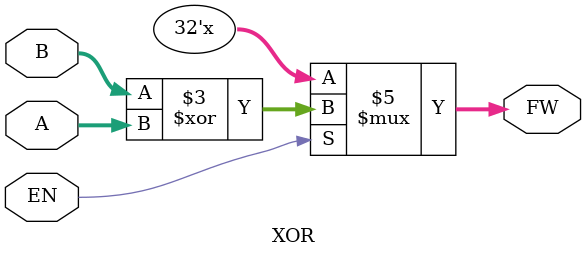
<source format=v>
module XOR(FW,A,B,EN);
    parameter N=32;
    input [N-1:0] A,B;
    input EN;
    output reg [N-1:0] FW;
    
    always @(A,B,EN) begin
        if(EN==1) FW<=B^A;
        else FW<=32'bz;
    end
endmodule

</source>
